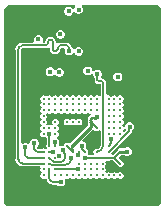
<source format=gtl>
G04*
G04 #@! TF.GenerationSoftware,Altium Limited,Altium Designer,22.2.1 (43)*
G04*
G04 Layer_Physical_Order=1*
G04 Layer_Color=255*
%FSLAX25Y25*%
%MOIN*%
G70*
G04*
G04 #@! TF.SameCoordinates,7A19E3BE-6BE7-4922-87A8-EFF1A209D318*
G04*
G04*
G04 #@! TF.FilePolarity,Positive*
G04*
G01*
G75*
%ADD10C,0.00600*%
%ADD11C,0.01000*%
%ADD12C,0.00960*%
%ADD13O,0.00961X0.00906*%
%ADD14C,0.00900*%
%ADD15C,0.00630*%
%ADD16C,0.00624*%
%ADD17C,0.01772*%
G36*
X59500Y78000D02*
Y13000D01*
X58500Y12000D01*
X8000D01*
X7000Y13000D01*
Y77500D01*
X8500Y79000D01*
X30639D01*
X30846Y78500D01*
X30616Y78271D01*
X30400Y77749D01*
X30307Y77716D01*
X29890Y77674D01*
X29841Y77792D01*
X29423Y78210D01*
X28877Y78436D01*
X28286D01*
X27740Y78210D01*
X27322Y77792D01*
X27096Y77246D01*
Y76655D01*
X27322Y76109D01*
X27740Y75691D01*
X28286Y75465D01*
X28877D01*
X29423Y75691D01*
X29841Y76109D01*
X30057Y76631D01*
X30150Y76663D01*
X30567Y76705D01*
X30616Y76587D01*
X31034Y76169D01*
X31580Y75943D01*
X32172D01*
X32718Y76169D01*
X33136Y76587D01*
X33362Y77133D01*
Y77724D01*
X33136Y78271D01*
X32906Y78500D01*
X33113Y79000D01*
X58500D01*
X59500Y78000D01*
D02*
G37*
%LPC*%
G36*
X26116Y70681D02*
X25525D01*
X24979Y70455D01*
X24561Y70037D01*
X24335Y69491D01*
Y68900D01*
X24561Y68354D01*
X24979Y67936D01*
X25525Y67709D01*
X26116D01*
X26662Y67936D01*
X27080Y68354D01*
X27307Y68900D01*
Y69491D01*
X27080Y70037D01*
X26662Y70455D01*
X26116Y70681D01*
D02*
G37*
G36*
X18796Y68986D02*
X18204D01*
X17658Y68760D01*
X17240Y68342D01*
X17014Y67796D01*
Y67204D01*
X17133Y66918D01*
X16828Y66418D01*
X13000D01*
X13000Y66418D01*
Y66441D01*
X12176Y66277D01*
X11478Y65811D01*
X11011Y65113D01*
X10848Y64289D01*
X10848Y64289D01*
X10871Y63799D01*
Y27711D01*
X10841D01*
X11032Y26748D01*
X11578Y25931D01*
X12395Y25385D01*
X13358Y25193D01*
Y25224D01*
X19021D01*
X19162Y24993D01*
X19264Y24724D01*
X19125Y24388D01*
Y23958D01*
X19289Y23562D01*
X19335Y23516D01*
X19548Y23189D01*
X19335Y22862D01*
X19289Y22817D01*
X19125Y22420D01*
Y21990D01*
X19289Y21593D01*
X19593Y21289D01*
X19990Y21125D01*
X20420D01*
X20756Y21264D01*
X20848Y21247D01*
X21000Y21181D01*
X21261Y21027D01*
X21393Y20363D01*
X21851Y19678D01*
X22536Y19220D01*
X23344Y19059D01*
Y19082D01*
X24816D01*
X25158Y18740D01*
X25705Y18514D01*
X26296D01*
X26842Y18740D01*
X27260Y19158D01*
X27486Y19704D01*
Y20296D01*
X27260Y20842D01*
X27203Y20899D01*
X27467Y21289D01*
X27864Y21125D01*
X28294D01*
X28690Y21289D01*
X28736Y21335D01*
X29063Y21548D01*
X29390Y21335D01*
X29436Y21289D01*
X29832Y21125D01*
X30262D01*
X30659Y21289D01*
X30705Y21335D01*
X31032Y21548D01*
X31358Y21335D01*
X31404Y21289D01*
X31801Y21125D01*
X32231D01*
X32627Y21289D01*
X32673Y21335D01*
X33000Y21548D01*
X33327Y21335D01*
X33373Y21289D01*
X33769Y21125D01*
X34199D01*
X34596Y21289D01*
X34642Y21335D01*
X34969Y21548D01*
X35295Y21335D01*
X35341Y21289D01*
X35738Y21125D01*
X36168D01*
X36564Y21289D01*
X36610Y21335D01*
X36937Y21548D01*
X37264Y21335D01*
X37310Y21289D01*
X37706Y21125D01*
X38136D01*
X38533Y21289D01*
X38579Y21335D01*
X38906Y21548D01*
X39232Y21335D01*
X39278Y21289D01*
X39675Y21125D01*
X40105D01*
X40501Y21289D01*
X40547Y21335D01*
X40874Y21548D01*
X41201Y21335D01*
X41247Y21289D01*
X41643Y21125D01*
X42073D01*
X42470Y21289D01*
X42516Y21335D01*
X42843Y21548D01*
X43169Y21335D01*
X43215Y21289D01*
X43612Y21125D01*
X44042D01*
X44438Y21289D01*
X44484Y21335D01*
X44811Y21548D01*
X45138Y21335D01*
X45184Y21289D01*
X45581Y21125D01*
X46010D01*
X46407Y21289D01*
X46711Y21593D01*
X46875Y21990D01*
Y22420D01*
X46711Y22817D01*
X46407Y23120D01*
X46010Y23285D01*
X45581D01*
X45184Y23120D01*
X45138Y23075D01*
X44811Y22861D01*
X44484Y23075D01*
X44438Y23120D01*
X44042Y23285D01*
X43612D01*
X43215Y23120D01*
X43169Y23075D01*
X42843Y22861D01*
X42516Y23075D01*
X42470Y23120D01*
X42073Y23285D01*
X41643D01*
X41247Y23120D01*
X41201Y23075D01*
X41138Y23033D01*
X41056Y23055D01*
X40859Y23360D01*
X40850Y23395D01*
X40824Y23606D01*
X40970Y23958D01*
Y24388D01*
X40805Y24785D01*
X40760Y24831D01*
X40546Y25157D01*
X40760Y25484D01*
X40805Y25530D01*
X40970Y25927D01*
Y26357D01*
X40837Y26677D01*
X40922Y26891D01*
X41416Y27124D01*
X41643Y27030D01*
X42073D01*
X42428Y27177D01*
X43257D01*
X43607Y27032D01*
X44717Y25922D01*
X44880Y25530D01*
X45184Y25226D01*
X45581Y25062D01*
X46010D01*
X46407Y25226D01*
X46711Y25530D01*
X46875Y25927D01*
Y26357D01*
X46711Y26754D01*
X46407Y27057D01*
X46015Y27220D01*
X45133Y28102D01*
X46045Y29013D01*
X46061Y29020D01*
X47113D01*
X47288Y28844D01*
X47834Y28618D01*
X48425D01*
X48971Y28844D01*
X49389Y29262D01*
X49615Y29808D01*
Y30399D01*
X49389Y30945D01*
X48971Y31363D01*
X48425Y31590D01*
X47834D01*
X47288Y31363D01*
X47085Y31161D01*
X45807D01*
X45796Y31159D01*
X45581D01*
X45184Y30994D01*
X44880Y30691D01*
X44730Y30328D01*
X43577Y29176D01*
X43385Y29096D01*
X42890Y29330D01*
X42805Y29543D01*
X42936Y29859D01*
X49432Y36355D01*
X49631Y36653D01*
X49701Y37004D01*
Y37137D01*
X49705Y37139D01*
X50123Y37557D01*
X50349Y38103D01*
Y38694D01*
X50123Y39240D01*
X49705Y39658D01*
X49159Y39884D01*
X48568D01*
X48022Y39658D01*
X47604Y39240D01*
X47377Y38694D01*
Y38103D01*
X47604Y37557D01*
X47821Y37339D01*
X47172Y36690D01*
X46999Y36674D01*
X46835Y36701D01*
X46600Y37195D01*
X46665Y37295D01*
X46711Y37341D01*
X46875Y37738D01*
Y38168D01*
X46711Y38565D01*
X46665Y38610D01*
X46452Y38937D01*
X46665Y39264D01*
X46711Y39309D01*
X46875Y39706D01*
Y40136D01*
X46711Y40533D01*
X46665Y40579D01*
X46452Y40905D01*
X46665Y41232D01*
X46711Y41278D01*
X46875Y41675D01*
Y42105D01*
X46711Y42502D01*
X46665Y42547D01*
X46452Y42874D01*
X46665Y43201D01*
X46711Y43246D01*
X46875Y43643D01*
Y44073D01*
X46711Y44470D01*
X46665Y44516D01*
X46452Y44842D01*
X46665Y45169D01*
X46711Y45215D01*
X46875Y45612D01*
Y46042D01*
X46711Y46439D01*
X46665Y46484D01*
X46452Y46811D01*
X46665Y47138D01*
X46711Y47183D01*
X46875Y47581D01*
Y48010D01*
X46711Y48407D01*
X46407Y48711D01*
X46010Y48875D01*
X45581D01*
X45184Y48711D01*
X45138Y48665D01*
X44811Y48452D01*
X44484Y48665D01*
X44438Y48711D01*
X44042Y48875D01*
X43612D01*
X43215Y48711D01*
X43169Y48665D01*
X42843Y48452D01*
X42516Y48665D01*
X42470Y48711D01*
X42073Y48875D01*
X41643D01*
X41542Y48833D01*
X41042Y49160D01*
Y53041D01*
X41051D01*
X40946Y53571D01*
X40645Y54021D01*
X40196Y54321D01*
X39665Y54427D01*
X39521Y54541D01*
X39444Y55138D01*
X39670Y55684D01*
Y56275D01*
X39444Y56822D01*
X39026Y57240D01*
X38480Y57466D01*
X37889D01*
X37343Y57240D01*
X36986Y56883D01*
X36699Y56932D01*
X36486Y57036D01*
Y57296D01*
X36260Y57842D01*
X35842Y58260D01*
X35296Y58486D01*
X34705D01*
X34158Y58260D01*
X33740Y57842D01*
X33514Y57296D01*
Y56704D01*
X33740Y56158D01*
X34158Y55740D01*
X34705Y55514D01*
X35296D01*
X35842Y55740D01*
X36199Y56097D01*
X36486Y56048D01*
X36699Y55944D01*
Y55684D01*
X36925Y55138D01*
X37267Y54796D01*
Y53941D01*
X37258D01*
X37362Y53418D01*
X37659Y52974D01*
X38102Y52678D01*
X38625Y52574D01*
Y52582D01*
X39207D01*
Y48721D01*
X38707Y48537D01*
X38533Y48711D01*
X38136Y48875D01*
X37706D01*
X37310Y48711D01*
X37264Y48665D01*
X36937Y48452D01*
X36610Y48665D01*
X36564Y48711D01*
X36168Y48875D01*
X35738D01*
X35341Y48711D01*
X35295Y48665D01*
X34969Y48452D01*
X34642Y48665D01*
X34596Y48711D01*
X34199Y48875D01*
X33769D01*
X33373Y48711D01*
X33327Y48665D01*
X33000Y48452D01*
X32673Y48665D01*
X32627Y48711D01*
X32231Y48875D01*
X31801D01*
X31404Y48711D01*
X31358Y48665D01*
X31032Y48452D01*
X30705Y48665D01*
X30659Y48711D01*
X30262Y48875D01*
X29832D01*
X29436Y48711D01*
X29390Y48665D01*
X29063Y48452D01*
X28736Y48665D01*
X28690Y48711D01*
X28294Y48875D01*
X27864D01*
X27467Y48711D01*
X27421Y48665D01*
X27095Y48452D01*
X26768Y48665D01*
X26722Y48711D01*
X26325Y48875D01*
X25895D01*
X25499Y48711D01*
X25453Y48665D01*
X25126Y48452D01*
X24799Y48665D01*
X24754Y48711D01*
X24357Y48875D01*
X23927D01*
X23530Y48711D01*
X23484Y48665D01*
X23157Y48452D01*
X22831Y48665D01*
X22785Y48711D01*
X22388Y48875D01*
X21958D01*
X21562Y48711D01*
X21516Y48665D01*
X21189Y48452D01*
X20862Y48665D01*
X20817Y48711D01*
X20420Y48875D01*
X19990D01*
X19593Y48711D01*
X19289Y48407D01*
X19125Y48010D01*
Y47581D01*
X19289Y47183D01*
X19335Y47138D01*
X19548Y46811D01*
X19335Y46484D01*
X19289Y46439D01*
X19125Y46042D01*
Y45612D01*
X19289Y45215D01*
X19335Y45169D01*
X19548Y44842D01*
X19335Y44516D01*
X19289Y44470D01*
X19125Y44073D01*
Y43643D01*
X19289Y43246D01*
X19335Y43201D01*
X19548Y42874D01*
X19335Y42547D01*
X19289Y42502D01*
X19125Y42105D01*
Y41675D01*
X19289Y41278D01*
X19335Y41232D01*
X19548Y40905D01*
X19335Y40579D01*
X19289Y40533D01*
X19125Y40136D01*
Y39706D01*
X19289Y39309D01*
X19335Y39264D01*
X19548Y38937D01*
X19335Y38610D01*
X19289Y38565D01*
X19125Y38168D01*
Y37738D01*
X19289Y37341D01*
X19335Y37295D01*
X19548Y36968D01*
X19335Y36642D01*
X19289Y36596D01*
X19125Y36199D01*
Y35769D01*
X19289Y35372D01*
X19593Y35069D01*
X19990Y34904D01*
X20420D01*
X20817Y35069D01*
X21250Y34809D01*
X21257Y34802D01*
Y34294D01*
X21250Y34260D01*
Y32641D01*
X21093Y32262D01*
Y31832D01*
X21258Y31435D01*
X21304Y31390D01*
X21345Y31327D01*
X21323Y31245D01*
X21017Y31048D01*
X20982Y31039D01*
X20772Y31013D01*
X20420Y31159D01*
X19990D01*
X19598Y30996D01*
X18194D01*
X18194Y30996D01*
Y31020D01*
X18111Y31054D01*
X18076Y31138D01*
X18053D01*
Y31792D01*
X18343Y32082D01*
X18569Y32628D01*
Y33219D01*
X18343Y33765D01*
X17925Y34183D01*
X17379Y34409D01*
X16788D01*
X16241Y34183D01*
X15823Y33765D01*
X15597Y33219D01*
Y32832D01*
X15099Y32623D01*
X14933Y32790D01*
X14387Y33016D01*
X13795D01*
X13249Y32790D01*
X13207Y32747D01*
X12707Y32954D01*
Y64289D01*
X12717D01*
X12800Y64489D01*
X13000Y64571D01*
Y64582D01*
X20876D01*
Y64567D01*
X21539Y64699D01*
X21670Y64786D01*
X22212Y64610D01*
X22343Y64350D01*
X22343D01*
X22475Y63687D01*
X22851Y63124D01*
X23413Y62749D01*
X24076Y62617D01*
X24739Y62749D01*
X25302Y63124D01*
X25677Y63687D01*
X25809Y64350D01*
X26213Y64582D01*
X26884D01*
X27218Y64082D01*
X27187Y64007D01*
Y63416D01*
X27413Y62870D01*
X27831Y62452D01*
X28377Y62226D01*
X28969D01*
X29515Y62452D01*
X29932Y62870D01*
X29989Y63005D01*
X30530D01*
X30665Y62680D01*
X31083Y62262D01*
X31629Y62036D01*
X32220D01*
X32766Y62262D01*
X33184Y62680D01*
X33410Y63226D01*
Y63817D01*
X33184Y64363D01*
X32766Y64781D01*
X32220Y65007D01*
X31629D01*
X31083Y64781D01*
X30665Y64363D01*
X30609Y64228D01*
X30067D01*
X29932Y64553D01*
X29590Y64896D01*
X29482Y65441D01*
X29134Y65961D01*
X28614Y66309D01*
X28000Y66431D01*
Y66418D01*
X25676D01*
Y66433D01*
X25013Y66301D01*
X24882Y66214D01*
X24340Y66390D01*
X24209Y66650D01*
X24209D01*
X24078Y67313D01*
X23702Y67876D01*
X23139Y68251D01*
X22476Y68383D01*
X21813Y68251D01*
X21250Y67876D01*
X20875Y67313D01*
X20743Y66650D01*
X20339Y66418D01*
X20172D01*
X19867Y66918D01*
X19986Y67204D01*
Y67796D01*
X19760Y68342D01*
X19342Y68760D01*
X18796Y68986D01*
D02*
G37*
G36*
X22686Y58196D02*
X22095D01*
X21549Y57969D01*
X21131Y57551D01*
X20905Y57005D01*
Y56414D01*
X21131Y55868D01*
X21549Y55450D01*
X22095Y55224D01*
X22686D01*
X23232Y55450D01*
X23650Y55868D01*
X24172Y55823D01*
X24240Y55658D01*
X24658Y55240D01*
X25204Y55014D01*
X25796D01*
X26342Y55240D01*
X26760Y55658D01*
X26986Y56204D01*
Y56796D01*
X26760Y57342D01*
X26342Y57760D01*
X25796Y57986D01*
X25204D01*
X24658Y57760D01*
X24240Y57342D01*
X23718Y57387D01*
X23650Y57551D01*
X23232Y57969D01*
X22686Y58196D01*
D02*
G37*
G36*
X45296Y56486D02*
X44704D01*
X44158Y56260D01*
X43740Y55842D01*
X43514Y55296D01*
Y54704D01*
X43740Y54158D01*
X44158Y53740D01*
X44704Y53514D01*
X45296D01*
X45842Y53740D01*
X46260Y54158D01*
X46486Y54704D01*
Y55296D01*
X46260Y55842D01*
X45842Y56260D01*
X45296Y56486D01*
D02*
G37*
%LPD*%
G36*
X33327Y42988D02*
X33373Y42943D01*
X33769Y42778D01*
X34199D01*
X34596Y42943D01*
X34642Y42988D01*
X34969Y43202D01*
X35295Y42988D01*
X35341Y42943D01*
X35738Y42778D01*
X35977D01*
X36059Y42522D01*
X36060Y42278D01*
X35461Y41878D01*
X35019Y41216D01*
X34863Y40435D01*
X34863D01*
X34873Y40136D01*
Y39706D01*
X35037Y39309D01*
X34957Y38767D01*
X34842Y38641D01*
X29290Y33089D01*
X29289Y33091D01*
X29204Y32981D01*
X28705Y32948D01*
X28690Y32963D01*
X28294Y33127D01*
X27864D01*
X27467Y32963D01*
X27163Y32659D01*
X26999Y32262D01*
Y32144D01*
X26823Y32026D01*
X26232D01*
X25839Y31863D01*
X25336Y32103D01*
X25230Y32426D01*
X25456Y32972D01*
Y33564D01*
X25230Y34110D01*
X24812Y34528D01*
X24783Y34539D01*
X24754Y35069D01*
X25057Y35372D01*
X25222Y35769D01*
Y36199D01*
X25057Y36596D01*
X25012Y36642D01*
X24798Y36968D01*
X25012Y37295D01*
X25057Y37341D01*
X25222Y37738D01*
Y38168D01*
X25057Y38565D01*
X25012Y38610D01*
X24798Y38937D01*
X25012Y39264D01*
X25057Y39309D01*
X25222Y39706D01*
Y40136D01*
X25057Y40533D01*
X24754Y40837D01*
X24357Y41001D01*
X23927D01*
X23530Y40837D01*
X23226Y40533D01*
X23062Y40136D01*
Y39706D01*
X23208Y39354D01*
X23181Y39143D01*
X23172Y39108D01*
X23030Y38887D01*
X22785Y38868D01*
X22388Y39033D01*
X21958D01*
X21606Y38887D01*
X21395Y38913D01*
X21361Y38922D01*
X21055Y39119D01*
X21033Y39201D01*
X21075Y39264D01*
X21120Y39309D01*
X21285Y39706D01*
Y40136D01*
X21120Y40533D01*
X21075Y40579D01*
X20861Y40905D01*
X21075Y41232D01*
X21120Y41278D01*
X21285Y41675D01*
Y42105D01*
X21139Y42457D01*
X21165Y42667D01*
X21174Y42702D01*
X21317Y42924D01*
X21562Y42943D01*
X21958Y42778D01*
X22388D01*
X22785Y42943D01*
X22831Y42988D01*
X23157Y43202D01*
X23484Y42988D01*
X23530Y42943D01*
X23927Y42778D01*
X24357D01*
X24754Y42943D01*
X24799Y42988D01*
X25126Y43202D01*
X25453Y42988D01*
X25499Y42943D01*
X25895Y42778D01*
X26325D01*
X26722Y42943D01*
X26768Y42988D01*
X27095Y43202D01*
X27421Y42988D01*
X27467Y42943D01*
X27864Y42778D01*
X28294D01*
X28690Y42943D01*
X28736Y42988D01*
X29063Y43202D01*
X29390Y42988D01*
X29436Y42943D01*
X29832Y42778D01*
X30262D01*
X30659Y42943D01*
X30705Y42988D01*
X31032Y43202D01*
X31358Y42988D01*
X31404Y42943D01*
X31801Y42778D01*
X32231D01*
X32627Y42943D01*
X32673Y42988D01*
X33000Y43202D01*
X33327Y42988D01*
D02*
G37*
G36*
X37081Y37240D02*
X37149Y37197D01*
X37310Y37037D01*
X37706Y36873D01*
X38136D01*
X38533Y37037D01*
X38707Y37211D01*
X39207Y37027D01*
Y32282D01*
X39199D01*
X39102Y31793D01*
X38825Y31378D01*
X38410Y31101D01*
X38318Y31083D01*
X38136Y31159D01*
X37706D01*
X37310Y30994D01*
X37006Y30691D01*
X36841Y30294D01*
Y29864D01*
X36974Y29543D01*
X36854Y29241D01*
X36722Y29043D01*
X35183D01*
X35156Y29072D01*
X34877Y29445D01*
X34900Y29467D01*
X35064Y29864D01*
X35064Y29864D01*
X35064Y29901D01*
Y30294D01*
X34900Y30691D01*
X34596Y30994D01*
X34265Y31131D01*
X34260Y31158D01*
X34486Y31705D01*
Y32296D01*
X34260Y32842D01*
X33842Y33260D01*
X33385Y33449D01*
X33177Y33948D01*
X36356Y37127D01*
X36512Y37269D01*
X36626Y37285D01*
X37081Y37240D01*
D02*
G37*
%LPC*%
G36*
X32231Y41001D02*
X31801D01*
X31404Y40837D01*
X31358Y40791D01*
X31032Y40578D01*
X30705Y40791D01*
X30659Y40837D01*
X30262Y41001D01*
X29832D01*
X29436Y40837D01*
X29390Y40791D01*
X29063Y40578D01*
X28736Y40791D01*
X28690Y40837D01*
X28294Y41001D01*
X27864D01*
X27467Y40837D01*
X27163Y40533D01*
X26999Y40136D01*
Y39706D01*
X27163Y39309D01*
X27467Y39006D01*
X27864Y38841D01*
X28294D01*
X28690Y39006D01*
X28736Y39051D01*
X29063Y39265D01*
X29390Y39051D01*
X29436Y39006D01*
X29832Y38841D01*
X30262D01*
X30659Y39006D01*
X30705Y39051D01*
X31032Y39265D01*
X31358Y39051D01*
X31404Y39006D01*
X31801Y38841D01*
X32231D01*
X32627Y39006D01*
X32931Y39309D01*
X33096Y39706D01*
Y40136D01*
X32931Y40533D01*
X32627Y40837D01*
X32231Y41001D01*
D02*
G37*
%LPD*%
D10*
X17135Y31138D02*
G03*
X18194Y30079I1059J0D01*
G01*
X25676Y65500D02*
G03*
X24876Y64700I0J-800D01*
G01*
X23276Y64350D02*
G03*
X24876Y64350I800J0D01*
G01*
X23276Y66650D02*
G03*
X21676Y66650I-800J0D01*
G01*
X20876Y65500D02*
G03*
X21676Y66300I0J800D01*
G01*
X11789Y27711D02*
G03*
X13358Y26142I1569J0D01*
G01*
X13000Y65500D02*
G03*
X11789Y64289I0J-1211D01*
G01*
X13906Y29339D02*
G03*
X15135Y28110I1229J0D01*
G01*
X37921Y30079D02*
G03*
X40124Y32282I0J2203D01*
G01*
Y53041D02*
G03*
X39665Y53500I-459J0D01*
G01*
X38184Y53941D02*
G03*
X38625Y53500I441J0D01*
G01*
X26091Y26757D02*
G03*
X27428Y28094I0J1337D01*
G01*
X27192Y25558D02*
G03*
X29500Y27865I0J2308D01*
G01*
X28673Y64827D02*
G03*
X28000Y65500I-673J0D01*
G01*
X22271Y26142D02*
G03*
X22855Y25558I584J0D01*
G01*
X22173Y21171D02*
G03*
X23344Y20000I1171J0D01*
G01*
X25676Y65500D02*
X27000D01*
X24876Y64350D02*
Y64700D01*
X23276Y64350D02*
Y66650D01*
X21676Y66300D02*
Y66650D01*
X20576Y65500D02*
X20876D01*
X19850D02*
X20576D01*
X11789Y27711D02*
Y64289D01*
X13358Y26142D02*
X14858D01*
X13000Y65500D02*
X14000D01*
X13906Y29339D02*
Y31346D01*
X14091Y31530D01*
X15135Y28110D02*
X20205D01*
X27000Y65500D02*
X28000D01*
X14000D02*
X19850D01*
X38625Y53500D02*
X39665D01*
X40124Y32282D02*
Y53041D01*
X38184Y53941D02*
Y55980D01*
X26527Y30223D02*
X27428Y29322D01*
Y28094D02*
Y29322D01*
X26527Y30223D02*
Y30540D01*
X22201Y30107D02*
X23384D01*
X22173Y30079D02*
X22201Y30107D01*
X23384D02*
X23413Y30135D01*
X29500Y27865D02*
Y28000D01*
X23526Y26757D02*
X26091D01*
X17083Y32923D02*
X17135Y32871D01*
Y31138D02*
Y32871D01*
X18194Y30079D02*
X20205D01*
X31765Y24182D02*
X31774Y24191D01*
X24142Y24173D02*
X24151Y24182D01*
X31765D01*
X22168Y34260D02*
X22175Y34267D01*
Y35986D01*
X22168Y32053D02*
Y34260D01*
Y32053D02*
X22173Y32047D01*
X33000Y31063D02*
Y32000D01*
Y31063D02*
X33984Y30079D01*
X22855Y25558D02*
X27192D01*
X22173Y28110D02*
X23526Y26757D01*
X22173Y26142D02*
X22271D01*
X48783Y37004D02*
Y38319D01*
X48863Y38399D01*
X43827Y28110D02*
X45795Y26142D01*
X43827Y28110D02*
X43827D01*
X37836Y41500D02*
X37870Y41534D01*
X28079Y32047D02*
X30047Y30079D01*
X35953Y39921D02*
X37921Y37953D01*
X41858Y30079D02*
X48783Y37004D01*
X41858Y32047D02*
X42796Y32985D01*
Y34283D01*
X28673Y63712D02*
Y64827D01*
X14858Y26142D02*
X20205D01*
X23344Y20000D02*
X26000D01*
X22173Y21171D02*
Y24173D01*
X22175Y35986D02*
X22176Y35987D01*
D11*
X37723Y41387D02*
X37836Y41500D01*
D12*
X45795Y47795D02*
D03*
Y45827D02*
D03*
Y43858D02*
D03*
Y41890D02*
D03*
Y39921D02*
D03*
Y37953D02*
D03*
Y35984D02*
D03*
Y32047D02*
D03*
Y30079D02*
D03*
Y28110D02*
D03*
Y26142D02*
D03*
Y22205D02*
D03*
X43827Y47795D02*
D03*
Y45827D02*
D03*
Y43858D02*
D03*
Y41890D02*
D03*
Y39921D02*
D03*
Y37953D02*
D03*
Y35984D02*
D03*
Y30079D02*
D03*
Y28110D02*
D03*
Y24173D02*
D03*
Y22205D02*
D03*
X41858Y47795D02*
D03*
Y45827D02*
D03*
Y43858D02*
D03*
Y41890D02*
D03*
Y39921D02*
D03*
Y37953D02*
D03*
Y35984D02*
D03*
Y32047D02*
D03*
Y30079D02*
D03*
Y28110D02*
D03*
Y22205D02*
D03*
X39890Y26142D02*
D03*
Y24173D02*
D03*
Y22205D02*
D03*
X37921Y47795D02*
D03*
Y45827D02*
D03*
Y43858D02*
D03*
Y37953D02*
D03*
Y35984D02*
D03*
Y30079D02*
D03*
Y26142D02*
D03*
Y24173D02*
D03*
Y22205D02*
D03*
X35953Y47795D02*
D03*
Y45827D02*
D03*
Y43858D02*
D03*
Y39921D02*
D03*
Y30079D02*
D03*
Y26142D02*
D03*
Y24173D02*
D03*
Y22205D02*
D03*
X33984Y47795D02*
D03*
Y45827D02*
D03*
Y43858D02*
D03*
Y39921D02*
D03*
Y30079D02*
D03*
Y26142D02*
D03*
Y24173D02*
D03*
Y22205D02*
D03*
X32016Y47795D02*
D03*
Y45827D02*
D03*
Y43858D02*
D03*
Y39921D02*
D03*
Y30079D02*
D03*
Y26142D02*
D03*
Y22205D02*
D03*
X30047Y47795D02*
D03*
Y45827D02*
D03*
Y43858D02*
D03*
Y39921D02*
D03*
Y30079D02*
D03*
Y22205D02*
D03*
X28079Y47795D02*
D03*
Y45827D02*
D03*
Y43858D02*
D03*
Y39921D02*
D03*
Y34016D02*
D03*
Y32047D02*
D03*
Y22205D02*
D03*
X26110Y47795D02*
D03*
Y45827D02*
D03*
Y43858D02*
D03*
Y22205D02*
D03*
X24142Y47795D02*
D03*
Y45827D02*
D03*
Y43858D02*
D03*
Y39921D02*
D03*
Y37953D02*
D03*
Y35984D02*
D03*
Y32047D02*
D03*
Y24173D02*
D03*
Y22205D02*
D03*
X22173Y47795D02*
D03*
Y45827D02*
D03*
Y43858D02*
D03*
Y37953D02*
D03*
Y32047D02*
D03*
Y30079D02*
D03*
Y28110D02*
D03*
Y26142D02*
D03*
Y24173D02*
D03*
X20205Y47795D02*
D03*
Y45827D02*
D03*
Y43858D02*
D03*
Y41890D02*
D03*
Y39921D02*
D03*
Y37953D02*
D03*
Y35984D02*
D03*
Y32047D02*
D03*
Y30079D02*
D03*
Y28110D02*
D03*
Y26142D02*
D03*
Y24173D02*
D03*
Y22205D02*
D03*
D13*
X24142Y28110D02*
D03*
D14*
X35953Y38238D02*
G03*
X35953Y39921I-842J842D01*
G01*
X30047Y32332D02*
G03*
X30047Y30079I1127J-1127D01*
G01*
X36904Y41387D02*
G03*
X35953Y40435I0J-951D01*
G01*
Y39921D02*
Y40435D01*
X36904Y41387D02*
X37723D01*
X48116Y30090D02*
X48130Y30104D01*
X45807Y30090D02*
X48116D01*
X45795Y30079D02*
X45807Y30090D01*
X30047Y32332D02*
X35953Y38238D01*
D15*
X41858Y28110D02*
X43827D01*
X34013D02*
X41858D01*
X34010Y28108D02*
X34013Y28110D01*
X34001Y28108D02*
X34010D01*
X24079Y32110D02*
Y33159D01*
X23970Y33268D02*
X24079Y33159D01*
Y32110D02*
X24142Y32047D01*
D16*
X43827Y28110D02*
X45795Y30079D01*
D17*
X37933Y34317D02*
D03*
X52261Y38436D02*
D03*
X31000Y17000D02*
D03*
X9183Y63973D02*
D03*
X9228Y54856D02*
D03*
X9091Y47417D02*
D03*
X9061Y38239D02*
D03*
X9274Y29230D02*
D03*
X12391Y23741D02*
D03*
X17060Y23808D02*
D03*
X50534Y22063D02*
D03*
X31510Y37759D02*
D03*
X17317Y38788D02*
D03*
X16537Y49113D02*
D03*
X22959Y51455D02*
D03*
X30304Y56316D02*
D03*
X40877D02*
D03*
X48500Y77000D02*
D03*
X18000Y74000D02*
D03*
X10000Y75000D02*
D03*
X56518Y21883D02*
D03*
X55000Y75500D02*
D03*
X30500Y69000D02*
D03*
X52000Y62500D02*
D03*
X14091Y31530D02*
D03*
X31770Y28966D02*
D03*
X19687Y33079D02*
D03*
X25199Y28575D02*
D03*
X23413Y30135D02*
D03*
X29500Y28000D02*
D03*
X34001Y28108D02*
D03*
X17083Y32923D02*
D03*
X31774Y24191D02*
D03*
X23970Y33268D02*
D03*
X26527Y30540D02*
D03*
X45000Y55000D02*
D03*
X33000Y32000D02*
D03*
X48863Y38399D02*
D03*
X48130Y30104D02*
D03*
X37870Y41534D02*
D03*
X38184Y55980D02*
D03*
X42843Y34283D02*
D03*
X31924Y63522D02*
D03*
X28673Y63712D02*
D03*
X28582Y76951D02*
D03*
X31876Y77429D02*
D03*
X18500Y67500D02*
D03*
X25821Y69195D02*
D03*
X35000Y57000D02*
D03*
X26000Y20000D02*
D03*
X25500Y56500D02*
D03*
X22390Y56710D02*
D03*
X22176Y35987D02*
D03*
M02*

</source>
